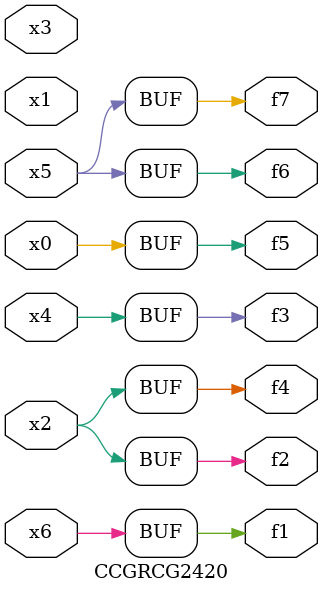
<source format=v>
module CCGRCG2420(
	input x0, x1, x2, x3, x4, x5, x6,
	output f1, f2, f3, f4, f5, f6, f7
);
	assign f1 = x6;
	assign f2 = x2;
	assign f3 = x4;
	assign f4 = x2;
	assign f5 = x0;
	assign f6 = x5;
	assign f7 = x5;
endmodule

</source>
